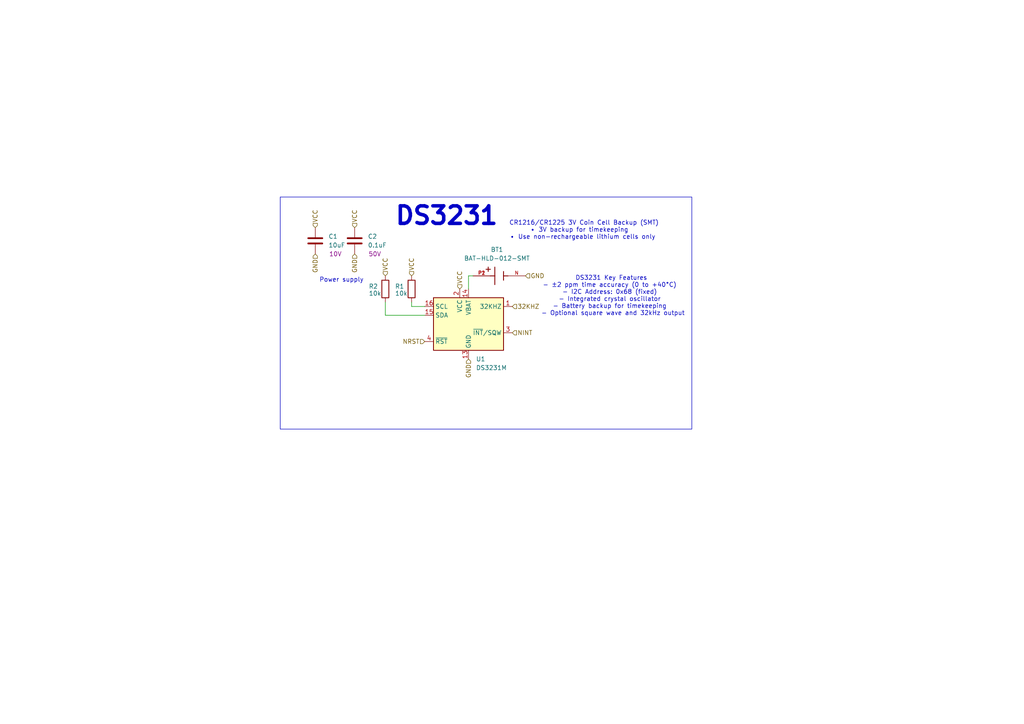
<source format=kicad_sch>
(kicad_sch (version 20250114) (generator "eeschema") (generator_version "9.0")
  (paper "A4")
  (lib_symbols
    (symbol "Library:BAT-HLD-012-SMT" (pin_names (offset 1.016))
      (property "Reference" "BT" (at -3.81 3.81 0))
      (property "Value" "BAT-HLD-012-SMT" (at -3.81 -5.08 0))
      (symbol "BAT-HLD-012-SMT_0_0"
        (polyline (pts (xy -3.81 1.905) (xy -2.54 1.905)) (stroke (width 0.254)))
        (polyline (pts (xy -3.175 2.54) (xy -3.175 1.27)) (stroke (width 0.254)))
        (polyline (pts (xy -1.27 2.54) (xy -1.27 0)) (stroke (width 0.254)))
        (polyline (pts (xy -1.27 0) (xy -2.54 0)) (stroke (width 0.254)))
        (polyline (pts (xy -1.27 0) (xy -1.27 -2.54)) (stroke (width 0.254)))
        (polyline (pts (xy 1.27 1.27) (xy 1.27 0)) (stroke (width 0.254)))
        (polyline (pts (xy 1.27 0) (xy 1.27 -1.27)) (stroke (width 0.254)))
        (polyline (pts (xy 1.27 0) (xy 2.54 0)) (stroke (width 0.254)))
        (pin passive line (at -7.62 0 0) (length 5.08) (name "~") (number "P1"))
        (pin passive line (at -7.62 0 0) (length 5.08) (name "~") (number "P2"))
        (pin passive line (at 7.62 0 180) (length 5.08) (name "~") (number "N"))
      )
    )
    (symbol "Library:C" (pin_numbers (hide yes)) (pin_names (offset 0.254))
      (property "Reference" "C" (at 0.635 2.54 0))
      (property "Value" "C" (at 0.635 -2.54 0))
      (symbol "C_0_1"
        (polyline (pts (xy -2.032 0.762) (xy 2.032 0.762)) (stroke (width 0.508)))
        (polyline (pts (xy -2.032 -0.762) (xy 2.032 -0.762)) (stroke (width 0.508)))
      )
      (symbol "C_1_1"
        (pin passive line (at 0 3.81 270) (length 2.794) (name "~") (number "1"))
        (pin passive line (at 0 -3.81 90) (length 2.794) (name "~") (number "2"))
      )
    )
    (symbol "Library:DS3231M"
      (property "Reference" "U" (at -7.62 8.89 0))
      (property "Value" "DS3231M" (at 10.16 8.89 0))
      (symbol "DS3231M_0_1"
        (rectangle (start -10.16 7.62) (end 10.16 -7.62) (stroke (width 0.254)) (fill (type background)))
      )
      (symbol "DS3231M_1_1"
        (pin input line (at -12.7 5.08 0) (length 2.54) (name "SCL") (number "16"))
        (pin bidirectional line (at -12.7 2.54 0) (length 2.54) (name "SDA") (number "15"))
        (pin bidirectional line (at -12.7 -5.08 0) (length 2.54) (name "~{RST}") (number "4"))
        (pin power_in line (at -2.54 10.16 270) (length 2.54) (name "VCC") (number "2"))
        (pin power_in line (at 0 10.16 270) (length 2.54) (name "VBAT") (number "14"))
        (pin passive line (at 0 -10.16 90) (length 2.54) (hide yes) (name "GND") (number "10"))
        (pin passive line (at 0 -10.16 90) (length 2.54) (hide yes) (name "GND") (number "11"))
        (pin passive line (at 0 -10.16 90) (length 2.54) (hide yes) (name "GND") (number "12"))
        (pin power_in line (at 0 -10.16 90) (length 2.54) (name "GND") (number "13"))
        (pin passive line (at 0 -10.16 90) (length 2.54) (hide yes) (name "GND") (number "5"))
        (pin passive line (at 0 -10.16 90) (length 2.54) (hide yes) (name "GND") (number "6"))
        (pin passive line (at 0 -10.16 90) (length 2.54) (hide yes) (name "GND") (number "7"))
        (pin passive line (at 0 -10.16 90) (length 2.54) (hide yes) (name "GND") (number "8"))
        (pin passive line (at 0 -10.16 90) (length 2.54) (hide yes) (name "GND") (number "9"))
        (pin open_collector line (at 12.7 5.08 180) (length 2.54) (name "32KHZ") (number "1"))
        (pin open_collector line (at 12.7 -2.54 180) (length 2.54) (name "~{INT}/SQW") (number "3"))
      )
    )
    (symbol "Library:R" (pin_numbers (hide yes)) (pin_names (offset 0))
      (property "Reference" "R" (at 2.032 0 90))
      (property "Value" "R" (at 0 0 90))
      (symbol "R_0_1"
        (rectangle (start -1.016 -2.54) (end 1.016 2.54) (stroke (width 0.254)))
      )
      (symbol "R_1_1"
        (pin passive line (at 0 3.81 270) (length 1.27) (name "~") (number "1"))
        (pin passive line (at 0 -3.81 90) (length 1.27) (name "~") (number "2"))
      )
    )
  )
  (rectangle (start 81.28 57.15) (end 200.66 124.46))
  (text " DS3231 Key Features  \n- ±2 ppm time accuracy (0 to +40 °C)  \n- I2C Address: 0x68 (fixed)  \n- Integrated crystal oscillator  \n- Battery backup for timekeeping  \n- Optional square wave and 32 kHz output" (at 177.8 85.852 0) (effects (font (size 1.27 1.27))))
  (text "Power supply\n" (at 99.06 81.28 0) (effects (font (size 1.27 1.27))))
  (text " CR1216/CR1225 3V Coin Cell Backup (SMT)\n• 3 V backup for timekeeping  \n• Use non-rechargeable lithium cells only\n" (at 168.91 66.802 0) (effects (font (size 1.27 1.27))))
  (text "DS3231" (at 129.54 62.738 0) (effects (font (size 5.08 5.08) (thickness 1.016) (bold yes))))
  (wire (pts (xy 111.76 91.44) (xy 123.19 91.44)))
  (wire (pts (xy 135.89 80.01) (xy 135.89 83.82)))
  (wire (pts (xy 137.16 80.01) (xy 135.89 80.01)))
  (wire (pts (xy 119.38 88.9) (xy 119.38 87.63)))
  (wire (pts (xy 111.76 87.63) (xy 111.76 91.44)))
  (wire (pts (xy 119.38 88.9) (xy 123.19 88.9)))
  (hierarchical_label "GND" (shape input) (at 135.89 104.14 270))
  (hierarchical_label "NINT" (shape input) (at 148.59 96.52 0))
  (hierarchical_label "GND" (shape input) (at 91.44 73.66 270))
  (hierarchical_label "GND" (shape input) (at 152.4 80.01 0))
  (hierarchical_label "GND" (shape input) (at 102.87 73.66 270))
  (hierarchical_label "NRST" (shape input) (at 123.19 99.06 180))
  (hierarchical_label "VCC" (shape input) (at 102.87 66.04 90))
  (hierarchical_label "VCC" (shape input) (at 133.35 83.82 90))
  (hierarchical_label "32KHZ" (shape input) (at 148.59 88.9 0))
  (hierarchical_label "VCC" (shape input) (at 91.44 66.04 90))
  (hierarchical_label "VCC" (shape input) (at 119.38 80.01 90))
  (hierarchical_label "VCC" (shape input) (at 111.76 80.01 90))
  (symbol (lib_id "Library:R") (at 111.76 83.82 0) (unit 1)
    (property "Reference" "R2" (at 106.934 83.058 0) (effects (justify left)))
    (property "Value" "10k" (at 106.934 85.09 0) (effects (justify left)))
    (property "Footprint" "Resistor_SMD:R_0603_1608Metric" (effects (hide yes)))
    (property "Description" "Resistor" (effects (hide yes)))
    (property "package" "0603" (effects (hide yes)))
    (property "LCSC_part#" "C25804" (effects (hide yes)))
    (property "MPN" "0603WAF1002T5E" (effects (hide yes)))
  )
  (symbol (lib_id "Library:C") (at 91.44 69.85 0) (unit 1)
    (property "Reference" "C1" (at 95.25 68.5799 0) (effects (justify left)))
    (property "Value" "10uF" (at 95.25 71.1199 0) (effects (justify left)))
    (property "Footprint" "Capacitor_SMD:C_0603_1608Metric" (effects (hide yes)))
    (property "Description" "Unpolarized capacitor" (effects (hide yes)))
    (property "package" "0603" (effects (hide yes)))
    (property "LCSC_part#" "C22399626" (effects (hide yes)))
    (property "MPN" "CGA0603X7R106K100JT" (effects (hide yes)))
    (property "Voltage" "10V" (at 97.282 73.66 0))
  )
  (symbol (lib_id "Library:R") (at 119.38 83.82 0) (unit 1)
    (property "Reference" "R1" (at 114.554 83.058 0) (effects (justify left)))
    (property "Value" "10k" (at 114.554 85.09 0) (effects (justify left)))
    (property "Footprint" "Resistor_SMD:R_0603_1608Metric" (effects (hide yes)))
    (property "Description" "Resistor" (effects (hide yes)))
    (property "package" "0603" (effects (hide yes)))
    (property "LCSC_part#" "C25804" (effects (hide yes)))
    (property "MPN" "0603WAF1002T5E" (effects (hide yes)))
  )
  (symbol (lib_id "Library:C") (at 102.87 69.85 0) (unit 1)
    (property "Reference" "C2" (at 106.68 68.5799 0) (effects (justify left)))
    (property "Value" "0.1uF" (at 106.68 71.1199 0) (effects (justify left)))
    (property "Footprint" "Capacitor_SMD:C_0603_1608Metric" (effects (hide yes)))
    (property "Description" "Unpolarized capacitor" (effects (hide yes)))
    (property "package" "0603" (effects (hide yes)))
    (property "LCSC_part#" "C14663" (effects (hide yes)))
    (property "MPN" "CC0603KRX7R9BB104" (effects (hide yes)))
    (property "Voltage" "50V" (at 108.712 73.66 0))
  )
  (symbol (lib_id "Library:DS3231M") (at 135.89 93.98 0) (unit 1)
    (property "Reference" "U1" (at 138.0333 104.14 0) (effects (justify left)))
    (property "Value" "DS3231M" (at 138.0333 106.68 0) (effects (justify left)))
    (property "Footprint" "Package_SO:SOIC-16W_7.5x10.3mm_P1.27mm" (effects (hide yes)))
    (property "Datasheet" "http://datasheets.maximintegrated.com/en/ds/DS3231.pdf" (effects (hide yes)))
    (property "Description" "Extremely Accurate I2C-Integrated RTC/TCXO/Crystal SOIC-16" (effects (hide yes)))
    (property "LCSC_part#" "C37663" (effects (hide yes)))
    (property "MPN" "DS3231M+TRL" (effects (hide yes)))
  )
  (symbol (lib_id "Library:BAT-HLD-012-SMT") (at 144.78 80.01 0) (unit 1)
    (property "Reference" "BT1" (at 144.145 72.39 0))
    (property "Value" "BAT-HLD-012-SMT" (at 144.145 74.93 0))
    (property "Footprint" "BAT-HLD-012-SMT:BAT_BAT-HLD-012-SMT" (effects (hide yes)))
    (property "LCSC_part#" "C5189234" (effects (hide yes)))
    (property "MPN" "BAT-HLD-012-SMT" (effects (hide yes)))
  )
)
</source>
